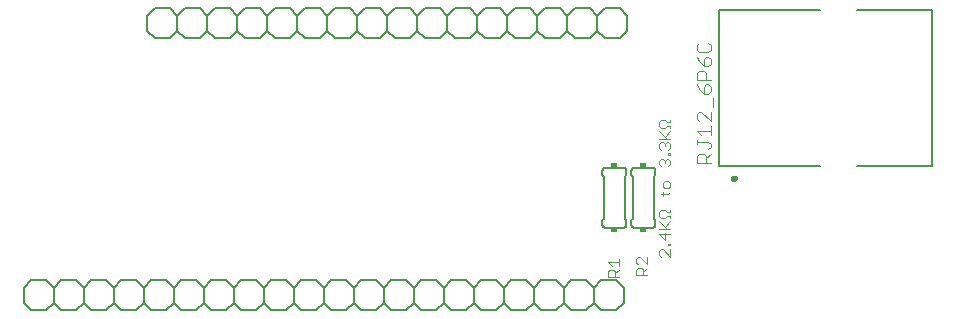
<source format=gbr>
G04 EAGLE Gerber RS-274X export*
G75*
%MOMM*%
%FSLAX34Y34*%
%LPD*%
%INSilkscreen Top*%
%IPPOS*%
%AMOC8*
5,1,8,0,0,1.08239X$1,22.5*%
G01*
%ADD10C,0.076200*%
%ADD11C,0.152400*%
%ADD12R,0.508000X0.381000*%
%ADD13C,0.101600*%
%ADD14C,0.127000*%
%ADD15C,0.400000*%


D10*
X590661Y319267D02*
X590661Y312997D01*
X584391Y319267D01*
X582823Y319267D01*
X581255Y317700D01*
X581255Y314564D01*
X582823Y312997D01*
X589094Y322352D02*
X590661Y322352D01*
X589094Y322352D02*
X589094Y323919D01*
X590661Y323919D01*
X590661Y322352D01*
X590661Y331732D02*
X581255Y331732D01*
X585958Y327029D01*
X585958Y333300D01*
X581255Y336385D02*
X590661Y336385D01*
X587526Y336385D02*
X581255Y342655D01*
X585958Y337952D02*
X590661Y342655D01*
X590661Y345740D02*
X590661Y347307D01*
X587526Y347307D01*
X585958Y345740D01*
X582823Y345740D01*
X581255Y347307D01*
X581255Y350443D01*
X582823Y352010D01*
X585958Y352010D01*
X587526Y350443D01*
X590661Y350443D01*
X590661Y352010D01*
X589094Y366018D02*
X582823Y366018D01*
X589094Y366018D02*
X590661Y367585D01*
X584391Y367585D02*
X584391Y364450D01*
X590661Y372255D02*
X590661Y375390D01*
X589094Y376958D01*
X585958Y376958D01*
X584391Y375390D01*
X584391Y372255D01*
X585958Y370687D01*
X589094Y370687D01*
X590661Y372255D01*
X582823Y389397D02*
X581255Y390965D01*
X581255Y394100D01*
X582823Y395668D01*
X584391Y395668D01*
X585958Y394100D01*
X585958Y392533D01*
X585958Y394100D02*
X587526Y395668D01*
X589094Y395668D01*
X590661Y394100D01*
X590661Y390965D01*
X589094Y389397D01*
X589094Y398752D02*
X590661Y398752D01*
X589094Y398752D02*
X589094Y400320D01*
X590661Y400320D01*
X590661Y398752D01*
X582823Y403430D02*
X581255Y404998D01*
X581255Y408133D01*
X582823Y409701D01*
X584391Y409701D01*
X585958Y408133D01*
X585958Y406565D01*
X585958Y408133D02*
X587526Y409701D01*
X589094Y409701D01*
X590661Y408133D01*
X590661Y404998D01*
X589094Y403430D01*
X590661Y412785D02*
X581255Y412785D01*
X587526Y412785D02*
X581255Y419056D01*
X585958Y414353D02*
X590661Y419056D01*
X590661Y422140D02*
X590661Y423708D01*
X587526Y423708D01*
X585958Y422140D01*
X582823Y422140D01*
X581255Y423708D01*
X581255Y426843D01*
X582823Y428411D01*
X585958Y428411D01*
X587526Y426843D01*
X590661Y426843D01*
X590661Y428411D01*
D11*
X550947Y388311D02*
X551047Y388309D01*
X551146Y388303D01*
X551246Y388293D01*
X551344Y388280D01*
X551443Y388262D01*
X551540Y388241D01*
X551636Y388216D01*
X551732Y388187D01*
X551826Y388154D01*
X551919Y388118D01*
X552010Y388078D01*
X552100Y388034D01*
X552188Y387987D01*
X552274Y387937D01*
X552358Y387883D01*
X552440Y387826D01*
X552519Y387766D01*
X552597Y387702D01*
X552671Y387636D01*
X552743Y387567D01*
X552812Y387495D01*
X552878Y387421D01*
X552942Y387343D01*
X553002Y387264D01*
X553059Y387182D01*
X553113Y387098D01*
X553163Y387012D01*
X553210Y386924D01*
X553254Y386834D01*
X553294Y386743D01*
X553330Y386650D01*
X553363Y386556D01*
X553392Y386460D01*
X553417Y386364D01*
X553438Y386267D01*
X553456Y386168D01*
X553469Y386070D01*
X553479Y385970D01*
X553485Y385871D01*
X553487Y385771D01*
X535707Y388311D02*
X535607Y388309D01*
X535508Y388303D01*
X535408Y388293D01*
X535310Y388280D01*
X535211Y388262D01*
X535114Y388241D01*
X535018Y388216D01*
X534922Y388187D01*
X534828Y388154D01*
X534735Y388118D01*
X534644Y388078D01*
X534554Y388034D01*
X534466Y387987D01*
X534380Y387937D01*
X534296Y387883D01*
X534214Y387826D01*
X534135Y387766D01*
X534057Y387702D01*
X533983Y387636D01*
X533911Y387567D01*
X533842Y387495D01*
X533776Y387421D01*
X533712Y387343D01*
X533652Y387264D01*
X533595Y387182D01*
X533541Y387098D01*
X533491Y387012D01*
X533444Y386924D01*
X533400Y386834D01*
X533360Y386743D01*
X533324Y386650D01*
X533291Y386556D01*
X533262Y386460D01*
X533237Y386364D01*
X533216Y386267D01*
X533198Y386168D01*
X533185Y386070D01*
X533175Y385970D01*
X533169Y385871D01*
X533167Y385771D01*
X533167Y340051D02*
X533169Y339951D01*
X533175Y339852D01*
X533185Y339752D01*
X533198Y339654D01*
X533216Y339555D01*
X533237Y339458D01*
X533262Y339362D01*
X533291Y339266D01*
X533324Y339172D01*
X533360Y339079D01*
X533400Y338988D01*
X533444Y338898D01*
X533491Y338810D01*
X533541Y338724D01*
X533595Y338640D01*
X533652Y338558D01*
X533712Y338479D01*
X533776Y338401D01*
X533842Y338327D01*
X533911Y338255D01*
X533983Y338186D01*
X534057Y338120D01*
X534135Y338056D01*
X534214Y337996D01*
X534296Y337939D01*
X534380Y337885D01*
X534466Y337835D01*
X534554Y337788D01*
X534644Y337744D01*
X534735Y337704D01*
X534828Y337668D01*
X534922Y337635D01*
X535018Y337606D01*
X535114Y337581D01*
X535211Y337560D01*
X535310Y337542D01*
X535408Y337529D01*
X535508Y337519D01*
X535607Y337513D01*
X535707Y337511D01*
X550947Y337511D02*
X551047Y337513D01*
X551146Y337519D01*
X551246Y337529D01*
X551344Y337542D01*
X551443Y337560D01*
X551540Y337581D01*
X551636Y337606D01*
X551732Y337635D01*
X551826Y337668D01*
X551919Y337704D01*
X552010Y337744D01*
X552100Y337788D01*
X552188Y337835D01*
X552274Y337885D01*
X552358Y337939D01*
X552440Y337996D01*
X552519Y338056D01*
X552597Y338120D01*
X552671Y338186D01*
X552743Y338255D01*
X552812Y338327D01*
X552878Y338401D01*
X552942Y338479D01*
X553002Y338558D01*
X553059Y338640D01*
X553113Y338724D01*
X553163Y338810D01*
X553210Y338898D01*
X553254Y338988D01*
X553294Y339079D01*
X553330Y339172D01*
X553363Y339266D01*
X553392Y339362D01*
X553417Y339458D01*
X553438Y339555D01*
X553456Y339654D01*
X553469Y339752D01*
X553479Y339852D01*
X553485Y339951D01*
X553487Y340051D01*
X550947Y388311D02*
X535707Y388311D01*
X553487Y385771D02*
X553487Y381961D01*
X552217Y380691D01*
X533167Y381961D02*
X533167Y385771D01*
X533167Y381961D02*
X534437Y380691D01*
X552217Y345131D02*
X553487Y343861D01*
X552217Y345131D02*
X552217Y380691D01*
X534437Y345131D02*
X533167Y343861D01*
X534437Y345131D02*
X534437Y380691D01*
X553487Y343861D02*
X553487Y340051D01*
X533167Y340051D02*
X533167Y343861D01*
X535707Y337511D02*
X550947Y337511D01*
D12*
X543327Y335606D03*
X543327Y390216D03*
D13*
X546861Y296050D02*
X537963Y296050D01*
X537963Y300499D01*
X539446Y301982D01*
X542412Y301982D01*
X543895Y300499D01*
X543895Y296050D01*
X543895Y299016D02*
X546861Y301982D01*
X540929Y305171D02*
X537963Y308137D01*
X546861Y308137D01*
X546861Y305171D02*
X546861Y311103D01*
D11*
X578010Y385729D02*
X578008Y385829D01*
X578002Y385928D01*
X577992Y386028D01*
X577979Y386126D01*
X577961Y386225D01*
X577940Y386322D01*
X577915Y386418D01*
X577886Y386514D01*
X577853Y386608D01*
X577817Y386701D01*
X577777Y386792D01*
X577733Y386882D01*
X577686Y386970D01*
X577636Y387056D01*
X577582Y387140D01*
X577525Y387222D01*
X577465Y387301D01*
X577401Y387379D01*
X577335Y387453D01*
X577266Y387525D01*
X577194Y387594D01*
X577120Y387660D01*
X577042Y387724D01*
X576963Y387784D01*
X576881Y387841D01*
X576797Y387895D01*
X576711Y387945D01*
X576623Y387992D01*
X576533Y388036D01*
X576442Y388076D01*
X576349Y388112D01*
X576255Y388145D01*
X576159Y388174D01*
X576063Y388199D01*
X575966Y388220D01*
X575867Y388238D01*
X575769Y388251D01*
X575669Y388261D01*
X575570Y388267D01*
X575470Y388269D01*
X560230Y388269D02*
X560130Y388267D01*
X560031Y388261D01*
X559931Y388251D01*
X559833Y388238D01*
X559734Y388220D01*
X559637Y388199D01*
X559541Y388174D01*
X559445Y388145D01*
X559351Y388112D01*
X559258Y388076D01*
X559167Y388036D01*
X559077Y387992D01*
X558989Y387945D01*
X558903Y387895D01*
X558819Y387841D01*
X558737Y387784D01*
X558658Y387724D01*
X558580Y387660D01*
X558506Y387594D01*
X558434Y387525D01*
X558365Y387453D01*
X558299Y387379D01*
X558235Y387301D01*
X558175Y387222D01*
X558118Y387140D01*
X558064Y387056D01*
X558014Y386970D01*
X557967Y386882D01*
X557923Y386792D01*
X557883Y386701D01*
X557847Y386608D01*
X557814Y386514D01*
X557785Y386418D01*
X557760Y386322D01*
X557739Y386225D01*
X557721Y386126D01*
X557708Y386028D01*
X557698Y385928D01*
X557692Y385829D01*
X557690Y385729D01*
X557690Y340009D02*
X557692Y339909D01*
X557698Y339810D01*
X557708Y339710D01*
X557721Y339612D01*
X557739Y339513D01*
X557760Y339416D01*
X557785Y339320D01*
X557814Y339224D01*
X557847Y339130D01*
X557883Y339037D01*
X557923Y338946D01*
X557967Y338856D01*
X558014Y338768D01*
X558064Y338682D01*
X558118Y338598D01*
X558175Y338516D01*
X558235Y338437D01*
X558299Y338359D01*
X558365Y338285D01*
X558434Y338213D01*
X558506Y338144D01*
X558580Y338078D01*
X558658Y338014D01*
X558737Y337954D01*
X558819Y337897D01*
X558903Y337843D01*
X558989Y337793D01*
X559077Y337746D01*
X559167Y337702D01*
X559258Y337662D01*
X559351Y337626D01*
X559445Y337593D01*
X559541Y337564D01*
X559637Y337539D01*
X559734Y337518D01*
X559833Y337500D01*
X559931Y337487D01*
X560031Y337477D01*
X560130Y337471D01*
X560230Y337469D01*
X575470Y337469D02*
X575570Y337471D01*
X575669Y337477D01*
X575769Y337487D01*
X575867Y337500D01*
X575966Y337518D01*
X576063Y337539D01*
X576159Y337564D01*
X576255Y337593D01*
X576349Y337626D01*
X576442Y337662D01*
X576533Y337702D01*
X576623Y337746D01*
X576711Y337793D01*
X576797Y337843D01*
X576881Y337897D01*
X576963Y337954D01*
X577042Y338014D01*
X577120Y338078D01*
X577194Y338144D01*
X577266Y338213D01*
X577335Y338285D01*
X577401Y338359D01*
X577465Y338437D01*
X577525Y338516D01*
X577582Y338598D01*
X577636Y338682D01*
X577686Y338768D01*
X577733Y338856D01*
X577777Y338946D01*
X577817Y339037D01*
X577853Y339130D01*
X577886Y339224D01*
X577915Y339320D01*
X577940Y339416D01*
X577961Y339513D01*
X577979Y339612D01*
X577992Y339710D01*
X578002Y339810D01*
X578008Y339909D01*
X578010Y340009D01*
X575470Y388269D02*
X560230Y388269D01*
X578010Y385729D02*
X578010Y381919D01*
X576740Y380649D01*
X557690Y381919D02*
X557690Y385729D01*
X557690Y381919D02*
X558960Y380649D01*
X576740Y345089D02*
X578010Y343819D01*
X576740Y345089D02*
X576740Y380649D01*
X558960Y345089D02*
X557690Y343819D01*
X558960Y345089D02*
X558960Y380649D01*
X578010Y343819D02*
X578010Y340009D01*
X557690Y340009D02*
X557690Y343819D01*
X560230Y337469D02*
X575470Y337469D01*
D12*
X567850Y335564D03*
X567850Y390174D03*
D13*
X570783Y297136D02*
X561886Y297136D01*
X561886Y301585D01*
X563369Y303068D01*
X566334Y303068D01*
X567817Y301585D01*
X567817Y297136D01*
X567817Y300102D02*
X570783Y303068D01*
X570783Y306258D02*
X570783Y312189D01*
X570783Y306258D02*
X564852Y312189D01*
X563369Y312189D01*
X561886Y310706D01*
X561886Y307740D01*
X563369Y306258D01*
D11*
X503560Y516845D02*
X509910Y523195D01*
X522610Y523195D01*
X528960Y516845D01*
X528960Y504145D01*
X522610Y497795D01*
X509910Y497795D01*
X503560Y504145D01*
X471810Y523195D02*
X459110Y523195D01*
X471810Y523195D02*
X478160Y516845D01*
X478160Y504145D01*
X471810Y497795D01*
X478160Y516845D02*
X484510Y523195D01*
X497210Y523195D01*
X503560Y516845D01*
X503560Y504145D01*
X497210Y497795D01*
X484510Y497795D01*
X478160Y504145D01*
X433710Y523195D02*
X427360Y516845D01*
X433710Y523195D02*
X446410Y523195D01*
X452760Y516845D01*
X452760Y504145D01*
X446410Y497795D01*
X433710Y497795D01*
X427360Y504145D01*
X452760Y516845D02*
X459110Y523195D01*
X452760Y504145D02*
X459110Y497795D01*
X471810Y497795D01*
X395610Y523195D02*
X382910Y523195D01*
X395610Y523195D02*
X401960Y516845D01*
X401960Y504145D01*
X395610Y497795D01*
X401960Y516845D02*
X408310Y523195D01*
X421010Y523195D01*
X427360Y516845D01*
X427360Y504145D01*
X421010Y497795D01*
X408310Y497795D01*
X401960Y504145D01*
X357510Y523195D02*
X351160Y516845D01*
X357510Y523195D02*
X370210Y523195D01*
X376560Y516845D01*
X376560Y504145D01*
X370210Y497795D01*
X357510Y497795D01*
X351160Y504145D01*
X376560Y516845D02*
X382910Y523195D01*
X376560Y504145D02*
X382910Y497795D01*
X395610Y497795D01*
X319410Y523195D02*
X306710Y523195D01*
X319410Y523195D02*
X325760Y516845D01*
X325760Y504145D01*
X319410Y497795D01*
X325760Y516845D02*
X332110Y523195D01*
X344810Y523195D01*
X351160Y516845D01*
X351160Y504145D01*
X344810Y497795D01*
X332110Y497795D01*
X325760Y504145D01*
X281310Y523195D02*
X274960Y516845D01*
X281310Y523195D02*
X294010Y523195D01*
X300360Y516845D01*
X300360Y504145D01*
X294010Y497795D01*
X281310Y497795D01*
X274960Y504145D01*
X300360Y516845D02*
X306710Y523195D01*
X300360Y504145D02*
X306710Y497795D01*
X319410Y497795D01*
X243210Y523195D02*
X230510Y523195D01*
X243210Y523195D02*
X249560Y516845D01*
X249560Y504145D01*
X243210Y497795D01*
X249560Y516845D02*
X255910Y523195D01*
X268610Y523195D01*
X274960Y516845D01*
X274960Y504145D01*
X268610Y497795D01*
X255910Y497795D01*
X249560Y504145D01*
X205110Y523195D02*
X198760Y516845D01*
X205110Y523195D02*
X217810Y523195D01*
X224160Y516845D01*
X224160Y504145D01*
X217810Y497795D01*
X205110Y497795D01*
X198760Y504145D01*
X224160Y516845D02*
X230510Y523195D01*
X224160Y504145D02*
X230510Y497795D01*
X243210Y497795D01*
X167010Y523195D02*
X154310Y523195D01*
X167010Y523195D02*
X173360Y516845D01*
X173360Y504145D01*
X167010Y497795D01*
X173360Y516845D02*
X179710Y523195D01*
X192410Y523195D01*
X198760Y516845D01*
X198760Y504145D01*
X192410Y497795D01*
X179710Y497795D01*
X173360Y504145D01*
X147960Y504145D02*
X147960Y516845D01*
X154310Y523195D01*
X147960Y504145D02*
X154310Y497795D01*
X167010Y497795D01*
X528960Y516845D02*
X535310Y523195D01*
X548010Y523195D01*
X554360Y516845D01*
X554360Y504145D01*
X548010Y497795D01*
X535310Y497795D01*
X528960Y504145D01*
X519399Y292690D02*
X506699Y292690D01*
X519399Y292690D02*
X525749Y286340D01*
X525749Y273640D01*
X519399Y267290D01*
X481299Y292690D02*
X474949Y286340D01*
X481299Y292690D02*
X493999Y292690D01*
X500349Y286340D01*
X500349Y273640D01*
X493999Y267290D01*
X481299Y267290D01*
X474949Y273640D01*
X500349Y286340D02*
X506699Y292690D01*
X500349Y273640D02*
X506699Y267290D01*
X519399Y267290D01*
X443199Y292690D02*
X430499Y292690D01*
X443199Y292690D02*
X449549Y286340D01*
X449549Y273640D01*
X443199Y267290D01*
X449549Y286340D02*
X455899Y292690D01*
X468599Y292690D01*
X474949Y286340D01*
X474949Y273640D01*
X468599Y267290D01*
X455899Y267290D01*
X449549Y273640D01*
X405099Y292690D02*
X398749Y286340D01*
X405099Y292690D02*
X417799Y292690D01*
X424149Y286340D01*
X424149Y273640D01*
X417799Y267290D01*
X405099Y267290D01*
X398749Y273640D01*
X424149Y286340D02*
X430499Y292690D01*
X424149Y273640D02*
X430499Y267290D01*
X443199Y267290D01*
X366999Y292690D02*
X354299Y292690D01*
X366999Y292690D02*
X373349Y286340D01*
X373349Y273640D01*
X366999Y267290D01*
X373349Y286340D02*
X379699Y292690D01*
X392399Y292690D01*
X398749Y286340D01*
X398749Y273640D01*
X392399Y267290D01*
X379699Y267290D01*
X373349Y273640D01*
X328899Y292690D02*
X322549Y286340D01*
X328899Y292690D02*
X341599Y292690D01*
X347949Y286340D01*
X347949Y273640D01*
X341599Y267290D01*
X328899Y267290D01*
X322549Y273640D01*
X347949Y286340D02*
X354299Y292690D01*
X347949Y273640D02*
X354299Y267290D01*
X366999Y267290D01*
X290799Y292690D02*
X278099Y292690D01*
X290799Y292690D02*
X297149Y286340D01*
X297149Y273640D01*
X290799Y267290D01*
X297149Y286340D02*
X303499Y292690D01*
X316199Y292690D01*
X322549Y286340D01*
X322549Y273640D01*
X316199Y267290D01*
X303499Y267290D01*
X297149Y273640D01*
X252699Y292690D02*
X246349Y286340D01*
X252699Y292690D02*
X265399Y292690D01*
X271749Y286340D01*
X271749Y273640D01*
X265399Y267290D01*
X252699Y267290D01*
X246349Y273640D01*
X271749Y286340D02*
X278099Y292690D01*
X271749Y273640D02*
X278099Y267290D01*
X290799Y267290D01*
X214599Y292690D02*
X201899Y292690D01*
X214599Y292690D02*
X220949Y286340D01*
X220949Y273640D01*
X214599Y267290D01*
X220949Y286340D02*
X227299Y292690D01*
X239999Y292690D01*
X246349Y286340D01*
X246349Y273640D01*
X239999Y267290D01*
X227299Y267290D01*
X220949Y273640D01*
X176499Y292690D02*
X170149Y286340D01*
X176499Y292690D02*
X189199Y292690D01*
X195549Y286340D01*
X195549Y273640D01*
X189199Y267290D01*
X176499Y267290D01*
X170149Y273640D01*
X195549Y286340D02*
X201899Y292690D01*
X195549Y273640D02*
X201899Y267290D01*
X214599Y267290D01*
X138399Y292690D02*
X125699Y292690D01*
X138399Y292690D02*
X144749Y286340D01*
X144749Y273640D01*
X138399Y267290D01*
X144749Y286340D02*
X151099Y292690D01*
X163799Y292690D01*
X170149Y286340D01*
X170149Y273640D01*
X163799Y267290D01*
X151099Y267290D01*
X144749Y273640D01*
X100299Y292690D02*
X93949Y286340D01*
X100299Y292690D02*
X112999Y292690D01*
X119349Y286340D01*
X119349Y273640D01*
X112999Y267290D01*
X100299Y267290D01*
X93949Y273640D01*
X119349Y286340D02*
X125699Y292690D01*
X119349Y273640D02*
X125699Y267290D01*
X138399Y267290D01*
X62199Y292690D02*
X49499Y292690D01*
X62199Y292690D02*
X68549Y286340D01*
X68549Y273640D01*
X62199Y267290D01*
X68549Y286340D02*
X74899Y292690D01*
X87599Y292690D01*
X93949Y286340D01*
X93949Y273640D01*
X87599Y267290D01*
X74899Y267290D01*
X68549Y273640D01*
X43149Y273640D02*
X43149Y286340D01*
X49499Y292690D01*
X43149Y273640D02*
X49499Y267290D01*
X62199Y267290D01*
X532099Y292690D02*
X544799Y292690D01*
X551149Y286340D01*
X551149Y273640D01*
X544799Y267290D01*
X525749Y286340D02*
X532099Y292690D01*
X525749Y273640D02*
X532099Y267290D01*
X544799Y267290D01*
D14*
X631929Y389426D02*
X631929Y521426D01*
X717329Y521426D01*
X748329Y521426D02*
X811929Y521426D01*
X811929Y389426D01*
X748329Y389426D01*
X717329Y389426D02*
X631929Y389426D01*
D15*
X644029Y379226D02*
X644031Y379270D01*
X644037Y379314D01*
X644047Y379357D01*
X644060Y379399D01*
X644077Y379440D01*
X644098Y379479D01*
X644122Y379516D01*
X644149Y379551D01*
X644179Y379583D01*
X644212Y379613D01*
X644248Y379639D01*
X644285Y379663D01*
X644325Y379682D01*
X644366Y379699D01*
X644409Y379711D01*
X644452Y379720D01*
X644496Y379725D01*
X644540Y379726D01*
X644584Y379723D01*
X644628Y379716D01*
X644671Y379705D01*
X644713Y379691D01*
X644753Y379673D01*
X644792Y379651D01*
X644828Y379627D01*
X644862Y379599D01*
X644894Y379568D01*
X644923Y379534D01*
X644949Y379498D01*
X644971Y379460D01*
X644990Y379420D01*
X645005Y379378D01*
X645017Y379336D01*
X645025Y379292D01*
X645029Y379248D01*
X645029Y379204D01*
X645025Y379160D01*
X645017Y379116D01*
X645005Y379074D01*
X644990Y379032D01*
X644971Y378992D01*
X644949Y378954D01*
X644923Y378918D01*
X644894Y378884D01*
X644862Y378853D01*
X644828Y378825D01*
X644792Y378801D01*
X644753Y378779D01*
X644713Y378761D01*
X644671Y378747D01*
X644628Y378736D01*
X644584Y378729D01*
X644540Y378726D01*
X644496Y378727D01*
X644452Y378732D01*
X644409Y378741D01*
X644366Y378753D01*
X644325Y378770D01*
X644285Y378789D01*
X644248Y378813D01*
X644212Y378839D01*
X644179Y378869D01*
X644149Y378901D01*
X644122Y378936D01*
X644098Y378973D01*
X644077Y379012D01*
X644060Y379053D01*
X644047Y379095D01*
X644037Y379138D01*
X644031Y379182D01*
X644029Y379226D01*
D13*
X624775Y392318D02*
X613058Y392318D01*
X613058Y398177D01*
X615011Y400129D01*
X618917Y400129D01*
X620869Y398177D01*
X620869Y392318D01*
X620869Y396224D02*
X624775Y400129D01*
X622822Y404033D02*
X624775Y405986D01*
X624775Y407939D01*
X622822Y409892D01*
X613058Y409892D01*
X613058Y407939D02*
X613058Y411845D01*
X616964Y415748D02*
X613058Y419654D01*
X624775Y419654D01*
X624775Y415748D02*
X624775Y423560D01*
X624775Y427464D02*
X624775Y435275D01*
X624775Y427464D02*
X616964Y435275D01*
X615011Y435275D01*
X613058Y433322D01*
X613058Y429417D01*
X615011Y427464D01*
X626728Y439179D02*
X626728Y446990D01*
X615011Y454800D02*
X613058Y458706D01*
X615011Y454800D02*
X618917Y450894D01*
X622822Y450894D01*
X624775Y452847D01*
X624775Y456753D01*
X622822Y458706D01*
X620869Y458706D01*
X618917Y456753D01*
X618917Y450894D01*
X624775Y462609D02*
X613058Y462609D01*
X613058Y468468D01*
X615011Y470421D01*
X618917Y470421D01*
X620869Y468468D01*
X620869Y462609D01*
X615011Y478230D02*
X613058Y482136D01*
X615011Y478230D02*
X618917Y474325D01*
X622822Y474325D01*
X624775Y476278D01*
X624775Y480183D01*
X622822Y482136D01*
X620869Y482136D01*
X618917Y480183D01*
X618917Y474325D01*
X613058Y491899D02*
X615011Y493851D01*
X613058Y491899D02*
X613058Y487993D01*
X615011Y486040D01*
X622822Y486040D01*
X624775Y487993D01*
X624775Y491899D01*
X622822Y493851D01*
M02*

</source>
